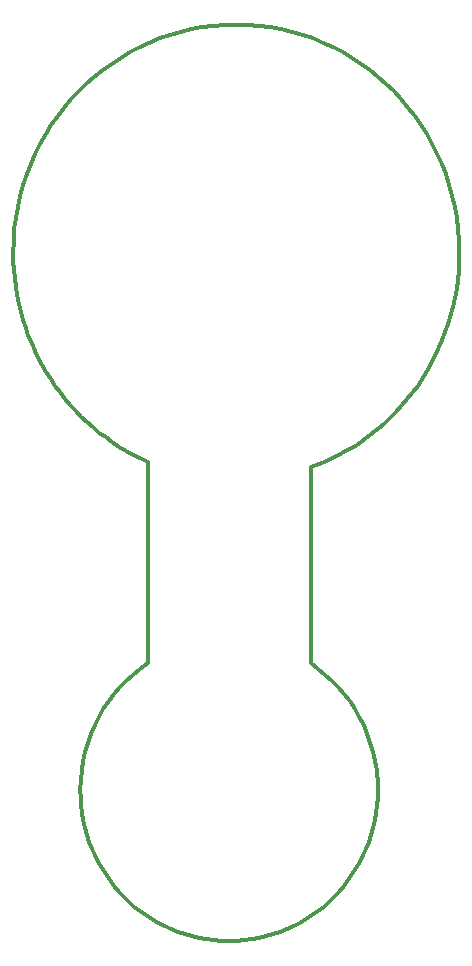
<source format=gm1>
G04 #@! TF.GenerationSoftware,KiCad,Pcbnew,(6.0.2)*
G04 #@! TF.CreationDate,2023-03-16T16:21:51-07:00*
G04 #@! TF.ProjectId,dingle-bop,64696e67-6c65-42d6-926f-702e6b696361,rev?*
G04 #@! TF.SameCoordinates,Original*
G04 #@! TF.FileFunction,Profile,NP*
%FSLAX46Y46*%
G04 Gerber Fmt 4.6, Leading zero omitted, Abs format (unit mm)*
G04 Created by KiCad (PCBNEW (6.0.2)) date 2023-03-16 16:21:51*
%MOMM*%
%LPD*%
G01*
G04 APERTURE LIST*
G04 #@! TA.AperFunction,Profile*
%ADD10C,0.330729*%
G04 #@! TD*
G04 APERTURE END LIST*
D10*
X152750000Y-97000000D02*
X152750000Y-113595983D01*
X152750000Y-113595983D02*
X153377987Y-114044174D01*
X153377987Y-114044174D02*
X153977220Y-114529411D01*
X153977220Y-114529411D02*
X154546077Y-115050062D01*
X154546077Y-115050062D02*
X155082935Y-115604495D01*
X155082935Y-115604495D02*
X155586171Y-116191077D01*
X155586171Y-116191077D02*
X156054162Y-116808175D01*
X156054162Y-116808175D02*
X156485285Y-117454156D01*
X156485285Y-117454156D02*
X156877916Y-118127389D01*
X156877916Y-118127389D02*
X157230434Y-118826241D01*
X157230434Y-118826241D02*
X157541215Y-119549078D01*
X157541215Y-119549078D02*
X157808637Y-120294269D01*
X157808637Y-120294269D02*
X158031075Y-121060180D01*
X158031075Y-121060180D02*
X158124919Y-121450396D01*
X158124919Y-121450396D02*
X158206908Y-121845180D01*
X158206908Y-121845180D02*
X158276841Y-122244328D01*
X158276841Y-122244328D02*
X158334513Y-122647636D01*
X158334513Y-122647636D02*
X158379722Y-123054899D01*
X158379722Y-123054899D02*
X158412265Y-123465914D01*
X158412265Y-123465914D02*
X158431940Y-123880477D01*
X158431940Y-123880477D02*
X158438544Y-124298383D01*
X158438544Y-124298383D02*
X158422155Y-124956630D01*
X158422155Y-124956630D02*
X158373518Y-125606261D01*
X158373518Y-125606261D02*
X158293423Y-126246472D01*
X158293423Y-126246472D02*
X158182662Y-126876457D01*
X158182662Y-126876457D02*
X158042026Y-127495411D01*
X158042026Y-127495411D02*
X157872307Y-128102528D01*
X157872307Y-128102528D02*
X157674297Y-128697002D01*
X157674297Y-128697002D02*
X157448786Y-129278029D01*
X157448786Y-129278029D02*
X157196567Y-129844803D01*
X157196567Y-129844803D02*
X156918431Y-130396518D01*
X156918431Y-130396518D02*
X156615169Y-130932370D01*
X156615169Y-130932370D02*
X156287573Y-131451552D01*
X156287573Y-131451552D02*
X155936435Y-131953259D01*
X155936435Y-131953259D02*
X155562545Y-132436687D01*
X155562545Y-132436687D02*
X155166695Y-132901028D01*
X155166695Y-132901028D02*
X154749678Y-133345479D01*
X154749678Y-133345479D02*
X154312284Y-133769233D01*
X154312284Y-133769233D02*
X153855304Y-134171486D01*
X153855304Y-134171486D02*
X153379531Y-134551431D01*
X153379531Y-134551431D02*
X152885756Y-134908263D01*
X152885756Y-134908263D02*
X152374770Y-135241177D01*
X152374770Y-135241177D02*
X151847365Y-135549368D01*
X151847365Y-135549368D02*
X151304332Y-135832030D01*
X151304332Y-135832030D02*
X150746463Y-136088358D01*
X150746463Y-136088358D02*
X150174549Y-136317545D01*
X150174549Y-136317545D02*
X149589382Y-136518788D01*
X149589382Y-136518788D02*
X148991754Y-136691279D01*
X148991754Y-136691279D02*
X148382455Y-136834215D01*
X148382455Y-136834215D02*
X147762277Y-136946790D01*
X147762277Y-136946790D02*
X147132013Y-137028197D01*
X147132013Y-137028197D02*
X146492452Y-137077632D01*
X146492452Y-137077632D02*
X145844387Y-137094289D01*
X145844387Y-137094289D02*
X145196323Y-137077632D01*
X145196323Y-137077632D02*
X144556762Y-137028197D01*
X144556762Y-137028197D02*
X143926497Y-136946790D01*
X143926497Y-136946790D02*
X143306319Y-136834215D01*
X143306319Y-136834215D02*
X142697020Y-136691279D01*
X142697020Y-136691279D02*
X142099391Y-136518788D01*
X142099391Y-136518788D02*
X141514223Y-136317545D01*
X141514223Y-136317545D02*
X140942309Y-136088358D01*
X140942309Y-136088358D02*
X140384439Y-135832030D01*
X140384439Y-135832030D02*
X139841406Y-135549368D01*
X139841406Y-135549368D02*
X139314000Y-135241177D01*
X139314000Y-135241177D02*
X138803013Y-134908263D01*
X138803013Y-134908263D02*
X138309237Y-134551431D01*
X138309237Y-134551431D02*
X137833463Y-134171486D01*
X137833463Y-134171486D02*
X137376483Y-133769233D01*
X137376483Y-133769233D02*
X136939087Y-133345479D01*
X136939087Y-133345479D02*
X136522069Y-132901028D01*
X136522069Y-132901028D02*
X136126219Y-132436687D01*
X136126219Y-132436687D02*
X135752328Y-131953259D01*
X135752328Y-131953259D02*
X135401189Y-131451552D01*
X135401189Y-131451552D02*
X135073592Y-130932370D01*
X135073592Y-130932370D02*
X134770329Y-130396518D01*
X134770329Y-130396518D02*
X134492192Y-129844803D01*
X134492192Y-129844803D02*
X134239972Y-129278029D01*
X134239972Y-129278029D02*
X134014461Y-128697002D01*
X134014461Y-128697002D02*
X133816450Y-128102528D01*
X133816450Y-128102528D02*
X133646731Y-127495411D01*
X133646731Y-127495411D02*
X133506095Y-126876457D01*
X133506095Y-126876457D02*
X133395333Y-126246472D01*
X133395333Y-126246472D02*
X133315238Y-125606261D01*
X133315238Y-125606261D02*
X133266600Y-124956630D01*
X133266600Y-124956630D02*
X133250212Y-124298383D01*
X133250212Y-124298383D02*
X133276490Y-123465881D01*
X133276490Y-123465881D02*
X133354243Y-122647506D01*
X133354243Y-122647506D02*
X133481848Y-121844904D01*
X133481848Y-121844904D02*
X133657682Y-121059723D01*
X133657682Y-121059723D02*
X133880121Y-120293611D01*
X133880121Y-120293611D02*
X134147543Y-119548214D01*
X134147543Y-119548214D02*
X134458324Y-118825180D01*
X134458324Y-118825180D02*
X134810843Y-118126157D01*
X134810843Y-118126157D02*
X135203475Y-117452790D01*
X135203475Y-117452790D02*
X135634598Y-116806728D01*
X135634598Y-116806728D02*
X136102589Y-116189617D01*
X136102589Y-116189617D02*
X136605825Y-115603106D01*
X136605825Y-115603106D02*
X137142682Y-115048840D01*
X137142682Y-115048840D02*
X137711538Y-114528468D01*
X137711538Y-114528468D02*
X138310770Y-114043636D01*
X138310770Y-114043636D02*
X138938755Y-113595993D01*
X138938755Y-113595993D02*
X138938755Y-96510517D01*
X138938755Y-96510517D02*
X138317470Y-96221509D01*
X138317470Y-96221509D02*
X137708438Y-95910444D01*
X137708438Y-95910444D02*
X137112149Y-95577822D01*
X137112149Y-95577822D02*
X136529092Y-95224142D01*
X136529092Y-95224142D02*
X135959757Y-94849903D01*
X135959757Y-94849903D02*
X135404635Y-94455606D01*
X135404635Y-94455606D02*
X134864215Y-94041749D01*
X134864215Y-94041749D02*
X134338987Y-93608834D01*
X134338987Y-93608834D02*
X133829442Y-93157358D01*
X133829442Y-93157358D02*
X133336069Y-92687822D01*
X133336069Y-92687822D02*
X132859357Y-92200725D01*
X132859357Y-92200725D02*
X132399798Y-91696567D01*
X132399798Y-91696567D02*
X131957880Y-91175847D01*
X131957880Y-91175847D02*
X131534094Y-90639066D01*
X131534094Y-90639066D02*
X131128930Y-90086722D01*
X131128930Y-90086722D02*
X130742877Y-89519316D01*
X130742877Y-89519316D02*
X130376426Y-88937347D01*
X130376426Y-88937347D02*
X130030066Y-88341314D01*
X130030066Y-88341314D02*
X129704288Y-87731718D01*
X129704288Y-87731718D02*
X129399581Y-87109057D01*
X129399581Y-87109057D02*
X129116435Y-86473831D01*
X129116435Y-86473831D02*
X128855340Y-85826541D01*
X128855340Y-85826541D02*
X128616786Y-85167685D01*
X128616786Y-85167685D02*
X128401263Y-84497763D01*
X128401263Y-84497763D02*
X128209261Y-83817276D01*
X128209261Y-83817276D02*
X128041269Y-83126721D01*
X128041269Y-83126721D02*
X127897779Y-82426600D01*
X127897779Y-82426600D02*
X127779279Y-81717411D01*
X127779279Y-81717411D02*
X127686259Y-80999654D01*
X127686259Y-80999654D02*
X127619210Y-80273830D01*
X127619210Y-80273830D02*
X127578621Y-79540436D01*
X127578621Y-79540436D02*
X127564983Y-78799974D01*
X127564983Y-78799974D02*
X127589551Y-77807379D01*
X127589551Y-77807379D02*
X127662466Y-76827798D01*
X127662466Y-76827798D02*
X127782543Y-75862445D01*
X127782543Y-75862445D02*
X127948596Y-74912532D01*
X127948596Y-74912532D02*
X128159441Y-73979272D01*
X128159441Y-73979272D02*
X128413892Y-73063879D01*
X128413892Y-73063879D02*
X128710764Y-72167566D01*
X128710764Y-72167566D02*
X129048872Y-71291545D01*
X129048872Y-71291545D02*
X129427031Y-70437029D01*
X129427031Y-70437029D02*
X129844055Y-69605232D01*
X129844055Y-69605232D02*
X130298761Y-68797366D01*
X130298761Y-68797366D02*
X130789961Y-68014644D01*
X130789961Y-68014644D02*
X131316472Y-67258280D01*
X131316472Y-67258280D02*
X131877108Y-66529486D01*
X131877108Y-66529486D02*
X132470685Y-65829476D01*
X132470685Y-65829476D02*
X133096016Y-65159462D01*
X133096016Y-65159462D02*
X133751917Y-64520657D01*
X133751917Y-64520657D02*
X134437203Y-63914274D01*
X134437203Y-63914274D02*
X135150688Y-63341527D01*
X135150688Y-63341527D02*
X135891188Y-62803628D01*
X135891188Y-62803628D02*
X136657517Y-62301791D01*
X136657517Y-62301791D02*
X137448491Y-61837227D01*
X137448491Y-61837227D02*
X138262923Y-61411151D01*
X138262923Y-61411151D02*
X139099630Y-61024775D01*
X139099630Y-61024775D02*
X139957425Y-60679312D01*
X139957425Y-60679312D02*
X140835124Y-60375976D01*
X140835124Y-60375976D02*
X141731541Y-60115979D01*
X141731541Y-60115979D02*
X142645492Y-59900534D01*
X142645492Y-59900534D02*
X143575791Y-59730854D01*
X143575791Y-59730854D02*
X144521253Y-59608152D01*
X144521253Y-59608152D02*
X145480694Y-59533641D01*
X145480694Y-59533641D02*
X146452927Y-59508535D01*
X146452927Y-59508535D02*
X147424870Y-59533641D01*
X147424870Y-59533641D02*
X148384057Y-59608152D01*
X148384057Y-59608152D02*
X149329301Y-59730853D01*
X149329301Y-59730853D02*
X150259415Y-59900533D01*
X150259415Y-59900533D02*
X151173212Y-60115978D01*
X151173212Y-60115978D02*
X152069506Y-60375975D01*
X152069506Y-60375975D02*
X152947108Y-60679311D01*
X152947108Y-60679311D02*
X153804833Y-61024774D01*
X153804833Y-61024774D02*
X154641493Y-61411149D01*
X154641493Y-61411149D02*
X155455902Y-61837225D01*
X155455902Y-61837225D02*
X156246872Y-62301788D01*
X156246872Y-62301788D02*
X157013217Y-62803626D01*
X157013217Y-62803626D02*
X157753750Y-63341524D01*
X157753750Y-63341524D02*
X158467283Y-63914271D01*
X158467283Y-63914271D02*
X159152629Y-64520654D01*
X159152629Y-64520654D02*
X159808603Y-65159458D01*
X159808603Y-65159458D02*
X160434016Y-65829472D01*
X160434016Y-65829472D02*
X161027683Y-66529482D01*
X161027683Y-66529482D02*
X161588415Y-67258276D01*
X161588415Y-67258276D02*
X162115026Y-68014640D01*
X162115026Y-68014640D02*
X162606329Y-68797362D01*
X162606329Y-68797362D02*
X163061138Y-69605228D01*
X163061138Y-69605228D02*
X163478264Y-70437025D01*
X163478264Y-70437025D02*
X163856522Y-71291541D01*
X163856522Y-71291541D02*
X164194724Y-72167562D01*
X164194724Y-72167562D02*
X164491684Y-73063876D01*
X164491684Y-73063876D02*
X164746213Y-73979269D01*
X164746213Y-73979269D02*
X164957127Y-74912529D01*
X164957127Y-74912529D02*
X165123237Y-75862442D01*
X165123237Y-75862442D02*
X165243356Y-76827796D01*
X165243356Y-76827796D02*
X165316298Y-77807378D01*
X165316298Y-77807378D02*
X165340876Y-78799974D01*
X165340876Y-78799974D02*
X165280609Y-80360209D01*
X165280609Y-80360209D02*
X165101682Y-81886303D01*
X165101682Y-81886303D02*
X164808761Y-83373495D01*
X164808761Y-83373495D02*
X164406509Y-84817021D01*
X164406509Y-84817021D02*
X163899594Y-86212121D01*
X163899594Y-86212121D02*
X163292680Y-87554031D01*
X163292680Y-87554031D02*
X162590432Y-88837989D01*
X162590432Y-88837989D02*
X161797517Y-90059233D01*
X161797517Y-90059233D02*
X160918599Y-91213001D01*
X160918599Y-91213001D02*
X159958344Y-92294529D01*
X159958344Y-92294529D02*
X158921418Y-93299057D01*
X158921418Y-93299057D02*
X157812485Y-94221822D01*
X157812485Y-94221822D02*
X156636212Y-95058060D01*
X156636212Y-95058060D02*
X155397263Y-95803011D01*
X155397263Y-95803011D02*
X154100304Y-96451912D01*
X154100304Y-96451912D02*
X152750000Y-97000000D01*
X152750000Y-97000000D02*
X152750000Y-97000000D01*
M02*

</source>
